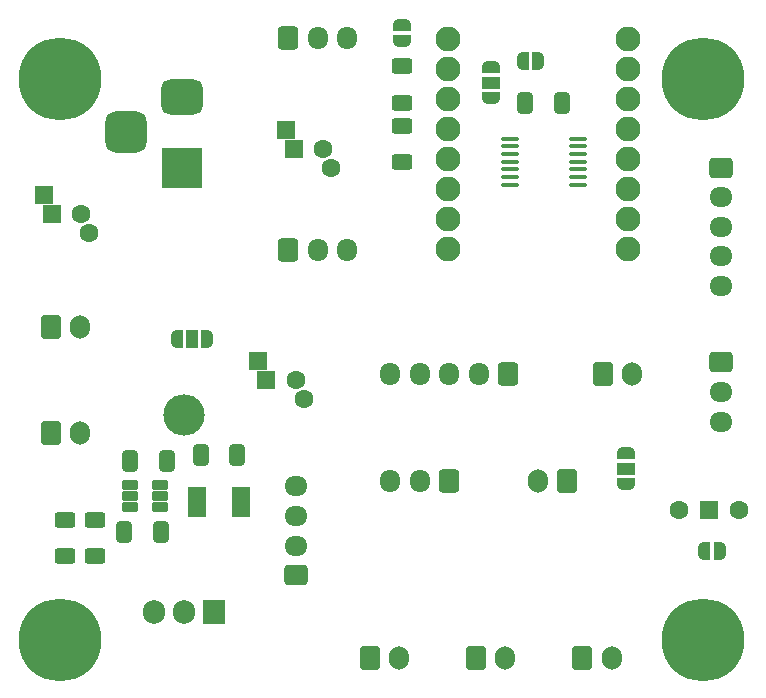
<source format=gts>
G04 #@! TF.GenerationSoftware,KiCad,Pcbnew,8.0.5-8.0.5-0~ubuntu24.04.1*
G04 #@! TF.CreationDate,2024-09-30T22:34:35+02:00*
G04 #@! TF.ProjectId,ESP32-C3_LED_driver_PCB,45535033-322d-4433-935f-4c45445f6472,v1.0*
G04 #@! TF.SameCoordinates,Original*
G04 #@! TF.FileFunction,Soldermask,Top*
G04 #@! TF.FilePolarity,Negative*
%FSLAX46Y46*%
G04 Gerber Fmt 4.6, Leading zero omitted, Abs format (unit mm)*
G04 Created by KiCad (PCBNEW 8.0.5-8.0.5-0~ubuntu24.04.1) date 2024-09-30 22:34:35*
%MOMM*%
%LPD*%
G01*
G04 APERTURE LIST*
G04 Aperture macros list*
%AMRoundRect*
0 Rectangle with rounded corners*
0 $1 Rounding radius*
0 $2 $3 $4 $5 $6 $7 $8 $9 X,Y pos of 4 corners*
0 Add a 4 corners polygon primitive as box body*
4,1,4,$2,$3,$4,$5,$6,$7,$8,$9,$2,$3,0*
0 Add four circle primitives for the rounded corners*
1,1,$1+$1,$2,$3*
1,1,$1+$1,$4,$5*
1,1,$1+$1,$6,$7*
1,1,$1+$1,$8,$9*
0 Add four rect primitives between the rounded corners*
20,1,$1+$1,$2,$3,$4,$5,0*
20,1,$1+$1,$4,$5,$6,$7,0*
20,1,$1+$1,$6,$7,$8,$9,0*
20,1,$1+$1,$8,$9,$2,$3,0*%
%AMFreePoly0*
4,1,19,0.000000,0.744911,0.071157,0.744911,0.207708,0.704816,0.327430,0.627875,0.420627,0.520320,0.479746,0.390866,0.500000,0.250000,0.500000,-0.250000,0.479746,-0.390866,0.420627,-0.520320,0.327430,-0.627875,0.207708,-0.704816,0.071157,-0.744911,0.000000,-0.744911,0.000000,-0.750000,-0.500000,-0.750000,-0.500000,0.750000,0.000000,0.750000,0.000000,0.744911,0.000000,0.744911,
$1*%
%AMFreePoly1*
4,1,19,0.500000,-0.750000,0.000000,-0.750000,0.000000,-0.744911,-0.071157,-0.744911,-0.207708,-0.704816,-0.327430,-0.627875,-0.420627,-0.520320,-0.479746,-0.390866,-0.500000,-0.250000,-0.500000,0.250000,-0.479746,0.390866,-0.420627,0.520320,-0.327430,0.627875,-0.207708,0.704816,-0.071157,0.744911,0.000000,0.744911,0.000000,0.750000,0.500000,0.750000,0.500000,-0.750000,0.500000,-0.750000,
$1*%
%AMFreePoly2*
4,1,19,0.550000,-0.750000,0.000000,-0.750000,0.000000,-0.744911,-0.071157,-0.744911,-0.207708,-0.704816,-0.327430,-0.627875,-0.420627,-0.520320,-0.479746,-0.390866,-0.500000,-0.250000,-0.500000,0.250000,-0.479746,0.390866,-0.420627,0.520320,-0.327430,0.627875,-0.207708,0.704816,-0.071157,0.744911,0.000000,0.744911,0.000000,0.750000,0.550000,0.750000,0.550000,-0.750000,0.550000,-0.750000,
$1*%
%AMFreePoly3*
4,1,19,0.000000,0.744911,0.071157,0.744911,0.207708,0.704816,0.327430,0.627875,0.420627,0.520320,0.479746,0.390866,0.500000,0.250000,0.500000,-0.250000,0.479746,-0.390866,0.420627,-0.520320,0.327430,-0.627875,0.207708,-0.704816,0.071157,-0.744911,0.000000,-0.744911,0.000000,-0.750000,-0.550000,-0.750000,-0.550000,0.750000,0.000000,0.750000,0.000000,0.744911,0.000000,0.744911,
$1*%
G04 Aperture macros list end*
%ADD10FreePoly0,0.000000*%
%ADD11FreePoly1,0.000000*%
%ADD12R,1.500000X1.500000*%
%ADD13C,1.600000*%
%ADD14RoundRect,0.250000X0.600000X0.750000X-0.600000X0.750000X-0.600000X-0.750000X0.600000X-0.750000X0*%
%ADD15O,1.700000X2.000000*%
%ADD16O,1.700000X1.950000*%
%ADD17RoundRect,0.250000X0.600000X0.725000X-0.600000X0.725000X-0.600000X-0.725000X0.600000X-0.725000X0*%
%ADD18C,0.800000*%
%ADD19C,7.000000*%
%ADD20RoundRect,0.250000X-0.600000X-0.750000X0.600000X-0.750000X0.600000X0.750000X-0.600000X0.750000X0*%
%ADD21R,1.500000X2.500000*%
%ADD22RoundRect,0.250000X0.412500X0.650000X-0.412500X0.650000X-0.412500X-0.650000X0.412500X-0.650000X0*%
%ADD23R,1.600000X1.600000*%
%ADD24O,3.500000X3.500000*%
%ADD25R,1.905000X2.000000*%
%ADD26O,1.905000X2.000000*%
%ADD27FreePoly1,270.000000*%
%ADD28FreePoly0,270.000000*%
%ADD29RoundRect,0.100000X-0.637500X-0.100000X0.637500X-0.100000X0.637500X0.100000X-0.637500X0.100000X0*%
%ADD30RoundRect,0.250000X-0.412500X-0.650000X0.412500X-0.650000X0.412500X0.650000X-0.412500X0.650000X0*%
%ADD31RoundRect,0.250000X0.625000X-0.400000X0.625000X0.400000X-0.625000X0.400000X-0.625000X-0.400000X0*%
%ADD32RoundRect,0.250000X-0.600000X-0.725000X0.600000X-0.725000X0.600000X0.725000X-0.600000X0.725000X0*%
%ADD33C,2.109000*%
%ADD34RoundRect,0.250000X-0.725000X0.600000X-0.725000X-0.600000X0.725000X-0.600000X0.725000X0.600000X0*%
%ADD35O,1.950000X1.700000*%
%ADD36R,3.500000X3.500000*%
%ADD37RoundRect,0.750000X-1.000000X0.750000X-1.000000X-0.750000X1.000000X-0.750000X1.000000X0.750000X0*%
%ADD38RoundRect,0.875000X-0.875000X0.875000X-0.875000X-0.875000X0.875000X-0.875000X0.875000X0.875000X0*%
%ADD39FreePoly2,90.000000*%
%ADD40R,1.500000X1.000000*%
%ADD41FreePoly3,90.000000*%
%ADD42RoundRect,0.250000X0.725000X-0.600000X0.725000X0.600000X-0.725000X0.600000X-0.725000X-0.600000X0*%
%ADD43RoundRect,0.098000X-0.609000X-0.294000X0.609000X-0.294000X0.609000X0.294000X-0.609000X0.294000X0*%
%ADD44RoundRect,0.250000X-0.625000X0.400000X-0.625000X-0.400000X0.625000X-0.400000X0.625000X0.400000X0*%
%ADD45FreePoly2,180.000000*%
%ADD46R,1.000000X1.500000*%
%ADD47FreePoly3,180.000000*%
%ADD48FreePoly3,270.000000*%
%ADD49FreePoly2,270.000000*%
G04 APERTURE END LIST*
D10*
X162900000Y-107000000D03*
D11*
X161600000Y-107000000D03*
D12*
X161960000Y-103500000D03*
D13*
X159420000Y-103500000D03*
X164500000Y-103500000D03*
D14*
X150000000Y-101000000D03*
D15*
X147500000Y-101000000D03*
D16*
X135000000Y-101000000D03*
X137500000Y-101000000D03*
D17*
X140000000Y-101000000D03*
D18*
X109625000Y-67000000D03*
X108856155Y-68856155D03*
X108856155Y-65143845D03*
X107000000Y-69625000D03*
D19*
X107000000Y-67000000D03*
D18*
X107000000Y-64375000D03*
X105143845Y-68856155D03*
X105143845Y-65143845D03*
X104375000Y-67000000D03*
X158875000Y-67000000D03*
X159643845Y-65143845D03*
X159643845Y-68856155D03*
X161500000Y-64375000D03*
D19*
X161500000Y-67000000D03*
D18*
X161500000Y-69625000D03*
X163356155Y-65143845D03*
X163356155Y-68856155D03*
X164125000Y-67000000D03*
X104375000Y-114500000D03*
X105143845Y-112643845D03*
X105143845Y-116356155D03*
X107000000Y-111875000D03*
D19*
X107000000Y-114500000D03*
D18*
X107000000Y-117125000D03*
X108856155Y-112643845D03*
X108856155Y-116356155D03*
X109625000Y-114500000D03*
X164125000Y-114500000D03*
X163356155Y-116356155D03*
X163356155Y-112643845D03*
X161500000Y-117125000D03*
D19*
X161500000Y-114500000D03*
D18*
X161500000Y-111875000D03*
X159643845Y-116356155D03*
X159643845Y-112643845D03*
X158875000Y-114500000D03*
D20*
X151250000Y-116000000D03*
D15*
X153750000Y-116000000D03*
D21*
X122350000Y-102850000D03*
X118650000Y-102850000D03*
D22*
X149562500Y-69000000D03*
X146437500Y-69000000D03*
X122062500Y-98850000D03*
X118937500Y-98850000D03*
D16*
X135000000Y-92000000D03*
X137500000Y-92000000D03*
X140000000Y-92000000D03*
X142500000Y-92000000D03*
D17*
X145000000Y-92000000D03*
D13*
X130000000Y-74500000D03*
X129329063Y-72900000D03*
D23*
X126829063Y-72900000D03*
X126158126Y-71300000D03*
D20*
X142250000Y-116000000D03*
D15*
X144750000Y-116000000D03*
D24*
X117500000Y-95470000D03*
D25*
X120040000Y-112130000D03*
D26*
X117500000Y-112130000D03*
X114960000Y-112130000D03*
D27*
X136000000Y-62450000D03*
D28*
X136000000Y-63750000D03*
D11*
X146200000Y-65500000D03*
D10*
X147500000Y-65500000D03*
D29*
X145137500Y-72050000D03*
X145137500Y-72700000D03*
X145137500Y-73350000D03*
X145137500Y-74000000D03*
X145137500Y-74650000D03*
X145137500Y-75300000D03*
X145137500Y-75950000D03*
X150862500Y-75950000D03*
X150862500Y-75300000D03*
X150862500Y-74650000D03*
X150862500Y-74000000D03*
X150862500Y-73350000D03*
X150862500Y-72700000D03*
X150862500Y-72050000D03*
D30*
X115562500Y-105350000D03*
X112437500Y-105350000D03*
D20*
X133250000Y-116000000D03*
D15*
X135750000Y-116000000D03*
D31*
X136000000Y-74050000D03*
X136000000Y-70950000D03*
D32*
X126341874Y-63500000D03*
D16*
X128841874Y-63500000D03*
X131341874Y-63500000D03*
D20*
X106250000Y-87975000D03*
D15*
X108750000Y-87975000D03*
D33*
X155120000Y-66140000D03*
X139880000Y-81380000D03*
X139880000Y-78840000D03*
X139880000Y-76300000D03*
X139880000Y-73760000D03*
X139880000Y-71220000D03*
X139880000Y-68680000D03*
X139880000Y-66140000D03*
X155120000Y-63600000D03*
X139880000Y-63600000D03*
X155120000Y-71220000D03*
X155120000Y-68680000D03*
X155120000Y-73760000D03*
X155120000Y-76300000D03*
X155120000Y-78840000D03*
X155120000Y-81380000D03*
D34*
X163025000Y-74500000D03*
D35*
X163025000Y-77000000D03*
X163025000Y-79500000D03*
X163025000Y-82000000D03*
X163025000Y-84500000D03*
D20*
X153000000Y-92000000D03*
D15*
X155500000Y-92000000D03*
D36*
X117341874Y-74500000D03*
D37*
X117341874Y-68500000D03*
D38*
X112641874Y-71500000D03*
D39*
X143500000Y-68600000D03*
D40*
X143500000Y-67300000D03*
D41*
X143500000Y-66000000D03*
D42*
X127000000Y-109000000D03*
D35*
X127000000Y-106500000D03*
X127000000Y-104000000D03*
X127000000Y-101500000D03*
D30*
X112937500Y-99300000D03*
X116062500Y-99300000D03*
D43*
X112990000Y-101350000D03*
X112990000Y-102300000D03*
X112990000Y-103250000D03*
X115500000Y-103250000D03*
X115500000Y-102300000D03*
X115500000Y-101350000D03*
D31*
X107500000Y-107400000D03*
X107500000Y-104300000D03*
D34*
X163000000Y-91000000D03*
D35*
X163000000Y-93500000D03*
X163000000Y-96000000D03*
D32*
X126341874Y-81500000D03*
D16*
X128841874Y-81500000D03*
X131341874Y-81500000D03*
D44*
X136000000Y-65900000D03*
X136000000Y-69000000D03*
D13*
X127670937Y-94100000D03*
X127000000Y-92500000D03*
D23*
X124500000Y-92500000D03*
X123829063Y-90900000D03*
D44*
X110000000Y-104300000D03*
X110000000Y-107400000D03*
D45*
X119500000Y-89000000D03*
D46*
X118200000Y-89000000D03*
D47*
X116900000Y-89000000D03*
D15*
X108750000Y-97000000D03*
D20*
X106250000Y-97000000D03*
D23*
X105658126Y-76800000D03*
X106329063Y-78400000D03*
D13*
X108829063Y-78400000D03*
X109500000Y-80000000D03*
D48*
X154950000Y-101300000D03*
D40*
X154950000Y-100000000D03*
D49*
X154950000Y-98700000D03*
M02*

</source>
